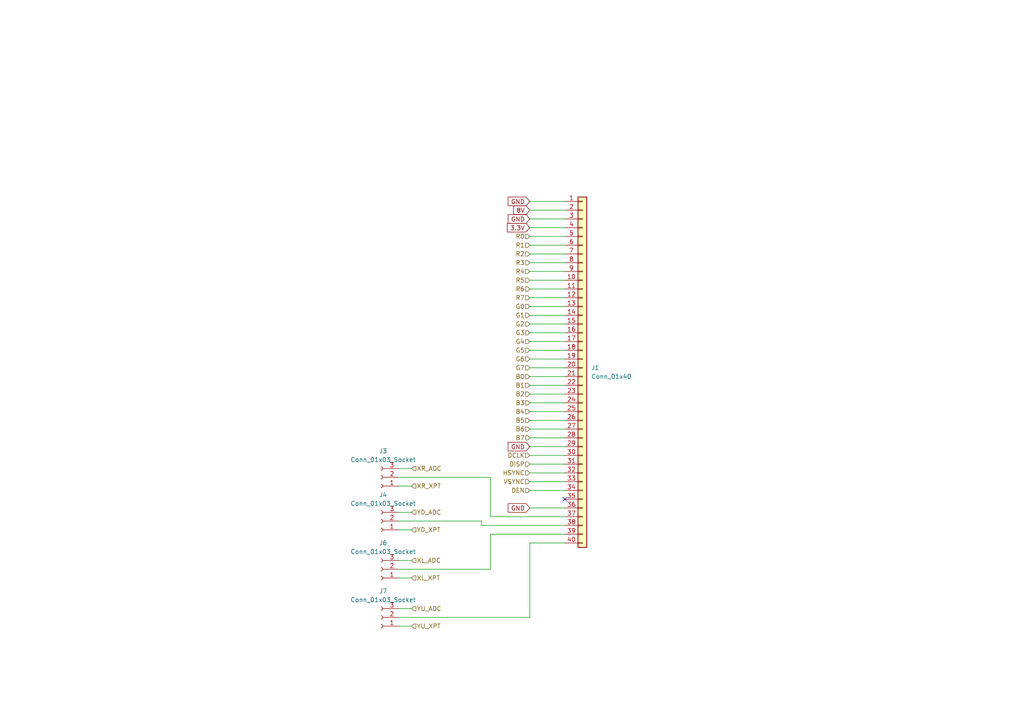
<source format=kicad_sch>
(kicad_sch
	(version 20231120)
	(generator "eeschema")
	(generator_version "8.0")
	(uuid "0d2d7011-7a01-4cb0-9731-9af1a431507f")
	(paper "A4")
	(lib_symbols
		(symbol "Connector:Conn_01x03_Socket"
			(pin_names
				(offset 1.016) hide)
			(exclude_from_sim no)
			(in_bom yes)
			(on_board yes)
			(property "Reference" "J"
				(at 0 5.08 0)
				(effects
					(font
						(size 1.27 1.27)
					)
				)
			)
			(property "Value" "Conn_01x03_Socket"
				(at 0 -5.08 0)
				(effects
					(font
						(size 1.27 1.27)
					)
				)
			)
			(property "Footprint" ""
				(at 0 0 0)
				(effects
					(font
						(size 1.27 1.27)
					)
					(hide yes)
				)
			)
			(property "Datasheet" "~"
				(at 0 0 0)
				(effects
					(font
						(size 1.27 1.27)
					)
					(hide yes)
				)
			)
			(property "Description" "Generic connector, single row, 01x03, script generated"
				(at 0 0 0)
				(effects
					(font
						(size 1.27 1.27)
					)
					(hide yes)
				)
			)
			(property "ki_locked" ""
				(at 0 0 0)
				(effects
					(font
						(size 1.27 1.27)
					)
				)
			)
			(property "ki_keywords" "connector"
				(at 0 0 0)
				(effects
					(font
						(size 1.27 1.27)
					)
					(hide yes)
				)
			)
			(property "ki_fp_filters" "Connector*:*_1x??_*"
				(at 0 0 0)
				(effects
					(font
						(size 1.27 1.27)
					)
					(hide yes)
				)
			)
			(symbol "Conn_01x03_Socket_1_1"
				(arc
					(start 0 -2.032)
					(mid -0.5058 -2.54)
					(end 0 -3.048)
					(stroke
						(width 0.1524)
						(type default)
					)
					(fill
						(type none)
					)
				)
				(polyline
					(pts
						(xy -1.27 -2.54) (xy -0.508 -2.54)
					)
					(stroke
						(width 0.1524)
						(type default)
					)
					(fill
						(type none)
					)
				)
				(polyline
					(pts
						(xy -1.27 0) (xy -0.508 0)
					)
					(stroke
						(width 0.1524)
						(type default)
					)
					(fill
						(type none)
					)
				)
				(polyline
					(pts
						(xy -1.27 2.54) (xy -0.508 2.54)
					)
					(stroke
						(width 0.1524)
						(type default)
					)
					(fill
						(type none)
					)
				)
				(arc
					(start 0 0.508)
					(mid -0.5058 0)
					(end 0 -0.508)
					(stroke
						(width 0.1524)
						(type default)
					)
					(fill
						(type none)
					)
				)
				(arc
					(start 0 3.048)
					(mid -0.5058 2.54)
					(end 0 2.032)
					(stroke
						(width 0.1524)
						(type default)
					)
					(fill
						(type none)
					)
				)
				(pin passive line
					(at -5.08 2.54 0)
					(length 3.81)
					(name "Pin_1"
						(effects
							(font
								(size 1.27 1.27)
							)
						)
					)
					(number "1"
						(effects
							(font
								(size 1.27 1.27)
							)
						)
					)
				)
				(pin passive line
					(at -5.08 0 0)
					(length 3.81)
					(name "Pin_2"
						(effects
							(font
								(size 1.27 1.27)
							)
						)
					)
					(number "2"
						(effects
							(font
								(size 1.27 1.27)
							)
						)
					)
				)
				(pin passive line
					(at -5.08 -2.54 0)
					(length 3.81)
					(name "Pin_3"
						(effects
							(font
								(size 1.27 1.27)
							)
						)
					)
					(number "3"
						(effects
							(font
								(size 1.27 1.27)
							)
						)
					)
				)
			)
		)
		(symbol "Connector_Generic:Conn_01x40"
			(pin_names
				(offset 1.016) hide)
			(exclude_from_sim no)
			(in_bom yes)
			(on_board yes)
			(property "Reference" "J"
				(at 0 50.8 0)
				(effects
					(font
						(size 1.27 1.27)
					)
				)
			)
			(property "Value" "Conn_01x40"
				(at 0 -53.34 0)
				(effects
					(font
						(size 1.27 1.27)
					)
				)
			)
			(property "Footprint" ""
				(at 0 0 0)
				(effects
					(font
						(size 1.27 1.27)
					)
					(hide yes)
				)
			)
			(property "Datasheet" "~"
				(at 0 0 0)
				(effects
					(font
						(size 1.27 1.27)
					)
					(hide yes)
				)
			)
			(property "Description" "Generic connector, single row, 01x40, script generated (kicad-library-utils/schlib/autogen/connector/)"
				(at 0 0 0)
				(effects
					(font
						(size 1.27 1.27)
					)
					(hide yes)
				)
			)
			(property "ki_keywords" "connector"
				(at 0 0 0)
				(effects
					(font
						(size 1.27 1.27)
					)
					(hide yes)
				)
			)
			(property "ki_fp_filters" "Connector*:*_1x??_*"
				(at 0 0 0)
				(effects
					(font
						(size 1.27 1.27)
					)
					(hide yes)
				)
			)
			(symbol "Conn_01x40_1_1"
				(rectangle
					(start -1.27 -50.673)
					(end 0 -50.927)
					(stroke
						(width 0.1524)
						(type default)
					)
					(fill
						(type none)
					)
				)
				(rectangle
					(start -1.27 -48.133)
					(end 0 -48.387)
					(stroke
						(width 0.1524)
						(type default)
					)
					(fill
						(type none)
					)
				)
				(rectangle
					(start -1.27 -45.593)
					(end 0 -45.847)
					(stroke
						(width 0.1524)
						(type default)
					)
					(fill
						(type none)
					)
				)
				(rectangle
					(start -1.27 -43.053)
					(end 0 -43.307)
					(stroke
						(width 0.1524)
						(type default)
					)
					(fill
						(type none)
					)
				)
				(rectangle
					(start -1.27 -40.513)
					(end 0 -40.767)
					(stroke
						(width 0.1524)
						(type default)
					)
					(fill
						(type none)
					)
				)
				(rectangle
					(start -1.27 -37.973)
					(end 0 -38.227)
					(stroke
						(width 0.1524)
						(type default)
					)
					(fill
						(type none)
					)
				)
				(rectangle
					(start -1.27 -35.433)
					(end 0 -35.687)
					(stroke
						(width 0.1524)
						(type default)
					)
					(fill
						(type none)
					)
				)
				(rectangle
					(start -1.27 -32.893)
					(end 0 -33.147)
					(stroke
						(width 0.1524)
						(type default)
					)
					(fill
						(type none)
					)
				)
				(rectangle
					(start -1.27 -30.353)
					(end 0 -30.607)
					(stroke
						(width 0.1524)
						(type default)
					)
					(fill
						(type none)
					)
				)
				(rectangle
					(start -1.27 -27.813)
					(end 0 -28.067)
					(stroke
						(width 0.1524)
						(type default)
					)
					(fill
						(type none)
					)
				)
				(rectangle
					(start -1.27 -25.273)
					(end 0 -25.527)
					(stroke
						(width 0.1524)
						(type default)
					)
					(fill
						(type none)
					)
				)
				(rectangle
					(start -1.27 -22.733)
					(end 0 -22.987)
					(stroke
						(width 0.1524)
						(type default)
					)
					(fill
						(type none)
					)
				)
				(rectangle
					(start -1.27 -20.193)
					(end 0 -20.447)
					(stroke
						(width 0.1524)
						(type default)
					)
					(fill
						(type none)
					)
				)
				(rectangle
					(start -1.27 -17.653)
					(end 0 -17.907)
					(stroke
						(width 0.1524)
						(type default)
					)
					(fill
						(type none)
					)
				)
				(rectangle
					(start -1.27 -15.113)
					(end 0 -15.367)
					(stroke
						(width 0.1524)
						(type default)
					)
					(fill
						(type none)
					)
				)
				(rectangle
					(start -1.27 -12.573)
					(end 0 -12.827)
					(stroke
						(width 0.1524)
						(type default)
					)
					(fill
						(type none)
					)
				)
				(rectangle
					(start -1.27 -10.033)
					(end 0 -10.287)
					(stroke
						(width 0.1524)
						(type default)
					)
					(fill
						(type none)
					)
				)
				(rectangle
					(start -1.27 -7.493)
					(end 0 -7.747)
					(stroke
						(width 0.1524)
						(type default)
					)
					(fill
						(type none)
					)
				)
				(rectangle
					(start -1.27 -4.953)
					(end 0 -5.207)
					(stroke
						(width 0.1524)
						(type default)
					)
					(fill
						(type none)
					)
				)
				(rectangle
					(start -1.27 -2.413)
					(end 0 -2.667)
					(stroke
						(width 0.1524)
						(type default)
					)
					(fill
						(type none)
					)
				)
				(rectangle
					(start -1.27 0.127)
					(end 0 -0.127)
					(stroke
						(width 0.1524)
						(type default)
					)
					(fill
						(type none)
					)
				)
				(rectangle
					(start -1.27 2.667)
					(end 0 2.413)
					(stroke
						(width 0.1524)
						(type default)
					)
					(fill
						(type none)
					)
				)
				(rectangle
					(start -1.27 5.207)
					(end 0 4.953)
					(stroke
						(width 0.1524)
						(type default)
					)
					(fill
						(type none)
					)
				)
				(rectangle
					(start -1.27 7.747)
					(end 0 7.493)
					(stroke
						(width 0.1524)
						(type default)
					)
					(fill
						(type none)
					)
				)
				(rectangle
					(start -1.27 10.287)
					(end 0 10.033)
					(stroke
						(width 0.1524)
						(type default)
					)
					(fill
						(type none)
					)
				)
				(rectangle
					(start -1.27 12.827)
					(end 0 12.573)
					(stroke
						(width 0.1524)
						(type default)
					)
					(fill
						(type none)
					)
				)
				(rectangle
					(start -1.27 15.367)
					(end 0 15.113)
					(stroke
						(width 0.1524)
						(type default)
					)
					(fill
						(type none)
					)
				)
				(rectangle
					(start -1.27 17.907)
					(end 0 17.653)
					(stroke
						(width 0.1524)
						(type default)
					)
					(fill
						(type none)
					)
				)
				(rectangle
					(start -1.27 20.447)
					(end 0 20.193)
					(stroke
						(width 0.1524)
						(type default)
					)
					(fill
						(type none)
					)
				)
				(rectangle
					(start -1.27 22.987)
					(end 0 22.733)
					(stroke
						(width 0.1524)
						(type default)
					)
					(fill
						(type none)
					)
				)
				(rectangle
					(start -1.27 25.527)
					(end 0 25.273)
					(stroke
						(width 0.1524)
						(type default)
					)
					(fill
						(type none)
					)
				)
				(rectangle
					(start -1.27 28.067)
					(end 0 27.813)
					(stroke
						(width 0.1524)
						(type default)
					)
					(fill
						(type none)
					)
				)
				(rectangle
					(start -1.27 30.607)
					(end 0 30.353)
					(stroke
						(width 0.1524)
						(type default)
					)
					(fill
						(type none)
					)
				)
				(rectangle
					(start -1.27 33.147)
					(end 0 32.893)
					(stroke
						(width 0.1524)
						(type default)
					)
					(fill
						(type none)
					)
				)
				(rectangle
					(start -1.27 35.687)
					(end 0 35.433)
					(stroke
						(width 0.1524)
						(type default)
					)
					(fill
						(type none)
					)
				)
				(rectangle
					(start -1.27 38.227)
					(end 0 37.973)
					(stroke
						(width 0.1524)
						(type default)
					)
					(fill
						(type none)
					)
				)
				(rectangle
					(start -1.27 40.767)
					(end 0 40.513)
					(stroke
						(width 0.1524)
						(type default)
					)
					(fill
						(type none)
					)
				)
				(rectangle
					(start -1.27 43.307)
					(end 0 43.053)
					(stroke
						(width 0.1524)
						(type default)
					)
					(fill
						(type none)
					)
				)
				(rectangle
					(start -1.27 45.847)
					(end 0 45.593)
					(stroke
						(width 0.1524)
						(type default)
					)
					(fill
						(type none)
					)
				)
				(rectangle
					(start -1.27 48.387)
					(end 0 48.133)
					(stroke
						(width 0.1524)
						(type default)
					)
					(fill
						(type none)
					)
				)
				(rectangle
					(start -1.27 49.53)
					(end 1.27 -52.07)
					(stroke
						(width 0.254)
						(type default)
					)
					(fill
						(type background)
					)
				)
				(pin passive line
					(at -5.08 48.26 0)
					(length 3.81)
					(name "Pin_1"
						(effects
							(font
								(size 1.27 1.27)
							)
						)
					)
					(number "1"
						(effects
							(font
								(size 1.27 1.27)
							)
						)
					)
				)
				(pin passive line
					(at -5.08 25.4 0)
					(length 3.81)
					(name "Pin_10"
						(effects
							(font
								(size 1.27 1.27)
							)
						)
					)
					(number "10"
						(effects
							(font
								(size 1.27 1.27)
							)
						)
					)
				)
				(pin passive line
					(at -5.08 22.86 0)
					(length 3.81)
					(name "Pin_11"
						(effects
							(font
								(size 1.27 1.27)
							)
						)
					)
					(number "11"
						(effects
							(font
								(size 1.27 1.27)
							)
						)
					)
				)
				(pin passive line
					(at -5.08 20.32 0)
					(length 3.81)
					(name "Pin_12"
						(effects
							(font
								(size 1.27 1.27)
							)
						)
					)
					(number "12"
						(effects
							(font
								(size 1.27 1.27)
							)
						)
					)
				)
				(pin passive line
					(at -5.08 17.78 0)
					(length 3.81)
					(name "Pin_13"
						(effects
							(font
								(size 1.27 1.27)
							)
						)
					)
					(number "13"
						(effects
							(font
								(size 1.27 1.27)
							)
						)
					)
				)
				(pin passive line
					(at -5.08 15.24 0)
					(length 3.81)
					(name "Pin_14"
						(effects
							(font
								(size 1.27 1.27)
							)
						)
					)
					(number "14"
						(effects
							(font
								(size 1.27 1.27)
							)
						)
					)
				)
				(pin passive line
					(at -5.08 12.7 0)
					(length 3.81)
					(name "Pin_15"
						(effects
							(font
								(size 1.27 1.27)
							)
						)
					)
					(number "15"
						(effects
							(font
								(size 1.27 1.27)
							)
						)
					)
				)
				(pin passive line
					(at -5.08 10.16 0)
					(length 3.81)
					(name "Pin_16"
						(effects
							(font
								(size 1.27 1.27)
							)
						)
					)
					(number "16"
						(effects
							(font
								(size 1.27 1.27)
							)
						)
					)
				)
				(pin passive line
					(at -5.08 7.62 0)
					(length 3.81)
					(name "Pin_17"
						(effects
							(font
								(size 1.27 1.27)
							)
						)
					)
					(number "17"
						(effects
							(font
								(size 1.27 1.27)
							)
						)
					)
				)
				(pin passive line
					(at -5.08 5.08 0)
					(length 3.81)
					(name "Pin_18"
						(effects
							(font
								(size 1.27 1.27)
							)
						)
					)
					(number "18"
						(effects
							(font
								(size 1.27 1.27)
							)
						)
					)
				)
				(pin passive line
					(at -5.08 2.54 0)
					(length 3.81)
					(name "Pin_19"
						(effects
							(font
								(size 1.27 1.27)
							)
						)
					)
					(number "19"
						(effects
							(font
								(size 1.27 1.27)
							)
						)
					)
				)
				(pin passive line
					(at -5.08 45.72 0)
					(length 3.81)
					(name "Pin_2"
						(effects
							(font
								(size 1.27 1.27)
							)
						)
					)
					(number "2"
						(effects
							(font
								(size 1.27 1.27)
							)
						)
					)
				)
				(pin passive line
					(at -5.08 0 0)
					(length 3.81)
					(name "Pin_20"
						(effects
							(font
								(size 1.27 1.27)
							)
						)
					)
					(number "20"
						(effects
							(font
								(size 1.27 1.27)
							)
						)
					)
				)
				(pin passive line
					(at -5.08 -2.54 0)
					(length 3.81)
					(name "Pin_21"
						(effects
							(font
								(size 1.27 1.27)
							)
						)
					)
					(number "21"
						(effects
							(font
								(size 1.27 1.27)
							)
						)
					)
				)
				(pin passive line
					(at -5.08 -5.08 0)
					(length 3.81)
					(name "Pin_22"
						(effects
							(font
								(size 1.27 1.27)
							)
						)
					)
					(number "22"
						(effects
							(font
								(size 1.27 1.27)
							)
						)
					)
				)
				(pin passive line
					(at -5.08 -7.62 0)
					(length 3.81)
					(name "Pin_23"
						(effects
							(font
								(size 1.27 1.27)
							)
						)
					)
					(number "23"
						(effects
							(font
								(size 1.27 1.27)
							)
						)
					)
				)
				(pin passive line
					(at -5.08 -10.16 0)
					(length 3.81)
					(name "Pin_24"
						(effects
							(font
								(size 1.27 1.27)
							)
						)
					)
					(number "24"
						(effects
							(font
								(size 1.27 1.27)
							)
						)
					)
				)
				(pin passive line
					(at -5.08 -12.7 0)
					(length 3.81)
					(name "Pin_25"
						(effects
							(font
								(size 1.27 1.27)
							)
						)
					)
					(number "25"
						(effects
							(font
								(size 1.27 1.27)
							)
						)
					)
				)
				(pin passive line
					(at -5.08 -15.24 0)
					(length 3.81)
					(name "Pin_26"
						(effects
							(font
								(size 1.27 1.27)
							)
						)
					)
					(number "26"
						(effects
							(font
								(size 1.27 1.27)
							)
						)
					)
				)
				(pin passive line
					(at -5.08 -17.78 0)
					(length 3.81)
					(name "Pin_27"
						(effects
							(font
								(size 1.27 1.27)
							)
						)
					)
					(number "27"
						(effects
							(font
								(size 1.27 1.27)
							)
						)
					)
				)
				(pin passive line
					(at -5.08 -20.32 0)
					(length 3.81)
					(name "Pin_28"
						(effects
							(font
								(size 1.27 1.27)
							)
						)
					)
					(number "28"
						(effects
							(font
								(size 1.27 1.27)
							)
						)
					)
				)
				(pin passive line
					(at -5.08 -22.86 0)
					(length 3.81)
					(name "Pin_29"
						(effects
							(font
								(size 1.27 1.27)
							)
						)
					)
					(number "29"
						(effects
							(font
								(size 1.27 1.27)
							)
						)
					)
				)
				(pin passive line
					(at -5.08 43.18 0)
					(length 3.81)
					(name "Pin_3"
						(effects
							(font
								(size 1.27 1.27)
							)
						)
					)
					(number "3"
						(effects
							(font
								(size 1.27 1.27)
							)
						)
					)
				)
				(pin passive line
					(at -5.08 -25.4 0)
					(length 3.81)
					(name "Pin_30"
						(effects
							(font
								(size 1.27 1.27)
							)
						)
					)
					(number "30"
						(effects
							(font
								(size 1.27 1.27)
							)
						)
					)
				)
				(pin passive line
					(at -5.08 -27.94 0)
					(length 3.81)
					(name "Pin_31"
						(effects
							(font
								(size 1.27 1.27)
							)
						)
					)
					(number "31"
						(effects
							(font
								(size 1.27 1.27)
							)
						)
					)
				)
				(pin passive line
					(at -5.08 -30.48 0)
					(length 3.81)
					(name "Pin_32"
						(effects
							(font
								(size 1.27 1.27)
							)
						)
					)
					(number "32"
						(effects
							(font
								(size 1.27 1.27)
							)
						)
					)
				)
				(pin passive line
					(at -5.08 -33.02 0)
					(length 3.81)
					(name "Pin_33"
						(effects
							(font
								(size 1.27 1.27)
							)
						)
					)
					(number "33"
						(effects
							(font
								(size 1.27 1.27)
							)
						)
					)
				)
				(pin passive line
					(at -5.08 -35.56 0)
					(length 3.81)
					(name "Pin_34"
						(effects
							(font
								(size 1.27 1.27)
							)
						)
					)
					(number "34"
						(effects
							(font
								(size 1.27 1.27)
							)
						)
					)
				)
				(pin passive line
					(at -5.08 -38.1 0)
					(length 3.81)
					(name "Pin_35"
						(effects
							(font
								(size 1.27 1.27)
							)
						)
					)
					(number "35"
						(effects
							(font
								(size 1.27 1.27)
							)
						)
					)
				)
				(pin passive line
					(at -5.08 -40.64 0)
					(length 3.81)
					(name "Pin_36"
						(effects
							(font
								(size 1.27 1.27)
							)
						)
					)
					(number "36"
						(effects
							(font
								(size 1.27 1.27)
							)
						)
					)
				)
				(pin passive line
					(at -5.08 -43.18 0)
					(length 3.81)
					(name "Pin_37"
						(effects
							(font
								(size 1.27 1.27)
							)
						)
					)
					(number "37"
						(effects
							(font
								(size 1.27 1.27)
							)
						)
					)
				)
				(pin passive line
					(at -5.08 -45.72 0)
					(length 3.81)
					(name "Pin_38"
						(effects
							(font
								(size 1.27 1.27)
							)
						)
					)
					(number "38"
						(effects
							(font
								(size 1.27 1.27)
							)
						)
					)
				)
				(pin passive line
					(at -5.08 -48.26 0)
					(length 3.81)
					(name "Pin_39"
						(effects
							(font
								(size 1.27 1.27)
							)
						)
					)
					(number "39"
						(effects
							(font
								(size 1.27 1.27)
							)
						)
					)
				)
				(pin passive line
					(at -5.08 40.64 0)
					(length 3.81)
					(name "Pin_4"
						(effects
							(font
								(size 1.27 1.27)
							)
						)
					)
					(number "4"
						(effects
							(font
								(size 1.27 1.27)
							)
						)
					)
				)
				(pin passive line
					(at -5.08 -50.8 0)
					(length 3.81)
					(name "Pin_40"
						(effects
							(font
								(size 1.27 1.27)
							)
						)
					)
					(number "40"
						(effects
							(font
								(size 1.27 1.27)
							)
						)
					)
				)
				(pin passive line
					(at -5.08 38.1 0)
					(length 3.81)
					(name "Pin_5"
						(effects
							(font
								(size 1.27 1.27)
							)
						)
					)
					(number "5"
						(effects
							(font
								(size 1.27 1.27)
							)
						)
					)
				)
				(pin passive line
					(at -5.08 35.56 0)
					(length 3.81)
					(name "Pin_6"
						(effects
							(font
								(size 1.27 1.27)
							)
						)
					)
					(number "6"
						(effects
							(font
								(size 1.27 1.27)
							)
						)
					)
				)
				(pin passive line
					(at -5.08 33.02 0)
					(length 3.81)
					(name "Pin_7"
						(effects
							(font
								(size 1.27 1.27)
							)
						)
					)
					(number "7"
						(effects
							(font
								(size 1.27 1.27)
							)
						)
					)
				)
				(pin passive line
					(at -5.08 30.48 0)
					(length 3.81)
					(name "Pin_8"
						(effects
							(font
								(size 1.27 1.27)
							)
						)
					)
					(number "8"
						(effects
							(font
								(size 1.27 1.27)
							)
						)
					)
				)
				(pin passive line
					(at -5.08 27.94 0)
					(length 3.81)
					(name "Pin_9"
						(effects
							(font
								(size 1.27 1.27)
							)
						)
					)
					(number "9"
						(effects
							(font
								(size 1.27 1.27)
							)
						)
					)
				)
			)
		)
	)
	(no_connect
		(at 163.83 144.78)
		(uuid "4b081013-a363-4c1b-9915-6ee42812db9e")
	)
	(wire
		(pts
			(xy 153.67 58.42) (xy 163.83 58.42)
		)
		(stroke
			(width 0)
			(type default)
		)
		(uuid "072aed1b-453f-4be6-ad3c-09552229a7a5")
	)
	(wire
		(pts
			(xy 153.67 78.74) (xy 163.83 78.74)
		)
		(stroke
			(width 0)
			(type default)
		)
		(uuid "08b6e847-03b5-4a8b-a8d4-baf1f21d28b2")
	)
	(wire
		(pts
			(xy 115.57 176.53) (xy 119.38 176.53)
		)
		(stroke
			(width 0)
			(type default)
		)
		(uuid "097fc44f-e384-4fb6-97d1-52323de01ccf")
	)
	(wire
		(pts
			(xy 139.7 152.4) (xy 139.7 151.13)
		)
		(stroke
			(width 0)
			(type default)
		)
		(uuid "1b6321d8-7976-4d30-8484-fc50c76cd8b0")
	)
	(wire
		(pts
			(xy 153.67 124.46) (xy 163.83 124.46)
		)
		(stroke
			(width 0)
			(type default)
		)
		(uuid "1d96e5fc-78c6-4e49-b972-0fb71b1a01c7")
	)
	(wire
		(pts
			(xy 153.67 99.06) (xy 163.83 99.06)
		)
		(stroke
			(width 0)
			(type default)
		)
		(uuid "2280eb2a-b70a-4e08-9609-aad7453d6232")
	)
	(wire
		(pts
			(xy 153.67 157.48) (xy 153.67 179.07)
		)
		(stroke
			(width 0)
			(type default)
		)
		(uuid "23b7e22a-d5d0-46ab-ab0b-d667af20e8d6")
	)
	(wire
		(pts
			(xy 153.67 66.04) (xy 163.83 66.04)
		)
		(stroke
			(width 0)
			(type default)
		)
		(uuid "246c816e-8914-4fca-aaad-e84e16325edf")
	)
	(wire
		(pts
			(xy 139.7 151.13) (xy 115.57 151.13)
		)
		(stroke
			(width 0)
			(type default)
		)
		(uuid "284df181-81d0-40d2-a854-72deaf65914c")
	)
	(wire
		(pts
			(xy 153.67 121.92) (xy 163.83 121.92)
		)
		(stroke
			(width 0)
			(type default)
		)
		(uuid "2d81f439-007f-4f08-821e-da31cc1e5081")
	)
	(wire
		(pts
			(xy 153.67 119.38) (xy 163.83 119.38)
		)
		(stroke
			(width 0)
			(type default)
		)
		(uuid "338f6afa-3284-4052-adb0-d43123b9520c")
	)
	(wire
		(pts
			(xy 142.24 154.94) (xy 142.24 165.1)
		)
		(stroke
			(width 0)
			(type default)
		)
		(uuid "341cdaf4-d322-4eaa-ad33-202a58bd5426")
	)
	(wire
		(pts
			(xy 153.67 81.28) (xy 163.83 81.28)
		)
		(stroke
			(width 0)
			(type default)
		)
		(uuid "40efce46-72d2-4dd3-823e-58fb755fc110")
	)
	(wire
		(pts
			(xy 153.67 134.62) (xy 163.83 134.62)
		)
		(stroke
			(width 0)
			(type default)
		)
		(uuid "4509cb01-2a22-4c94-a20a-3b0ddb26295d")
	)
	(wire
		(pts
			(xy 115.57 162.56) (xy 119.38 162.56)
		)
		(stroke
			(width 0)
			(type default)
		)
		(uuid "4555ade9-919a-413d-80f5-7b337ab16f4d")
	)
	(wire
		(pts
			(xy 153.67 83.82) (xy 163.83 83.82)
		)
		(stroke
			(width 0)
			(type default)
		)
		(uuid "465fc65d-33bc-4c72-ab37-bc467c47a8c0")
	)
	(wire
		(pts
			(xy 153.67 137.16) (xy 163.83 137.16)
		)
		(stroke
			(width 0)
			(type default)
		)
		(uuid "5031708c-1023-4c46-9178-223c16129c03")
	)
	(wire
		(pts
			(xy 153.67 91.44) (xy 163.83 91.44)
		)
		(stroke
			(width 0)
			(type default)
		)
		(uuid "55817a6a-b39a-46f9-b956-b39a32d1349d")
	)
	(wire
		(pts
			(xy 153.67 109.22) (xy 163.83 109.22)
		)
		(stroke
			(width 0)
			(type default)
		)
		(uuid "55b0aea4-a9f1-4932-b68e-1165101cc0e4")
	)
	(wire
		(pts
			(xy 153.67 147.32) (xy 163.83 147.32)
		)
		(stroke
			(width 0)
			(type default)
		)
		(uuid "5e7676a7-7e95-4aed-b1d7-95a190b01abd")
	)
	(wire
		(pts
			(xy 153.67 142.24) (xy 163.83 142.24)
		)
		(stroke
			(width 0)
			(type default)
		)
		(uuid "612f30c2-2f34-4399-bd5a-3355f05d84e8")
	)
	(wire
		(pts
			(xy 153.67 88.9) (xy 163.83 88.9)
		)
		(stroke
			(width 0)
			(type default)
		)
		(uuid "64d0192f-3984-406b-90af-cc20c5e0f607")
	)
	(wire
		(pts
			(xy 115.57 135.89) (xy 119.38 135.89)
		)
		(stroke
			(width 0)
			(type default)
		)
		(uuid "6d960941-76f3-4a52-9c08-9d4ea5e7bef1")
	)
	(wire
		(pts
			(xy 153.67 101.6) (xy 163.83 101.6)
		)
		(stroke
			(width 0)
			(type default)
		)
		(uuid "6e74d1ba-69c6-4444-a8d7-b3db8104d4de")
	)
	(wire
		(pts
			(xy 153.67 157.48) (xy 163.83 157.48)
		)
		(stroke
			(width 0)
			(type default)
		)
		(uuid "712f8790-b4f5-4d7a-a2b7-c1833ab1944a")
	)
	(wire
		(pts
			(xy 139.7 152.4) (xy 163.83 152.4)
		)
		(stroke
			(width 0)
			(type default)
		)
		(uuid "78c796f3-be0c-4691-ae56-9752376b0d1e")
	)
	(wire
		(pts
			(xy 142.24 149.86) (xy 142.24 138.43)
		)
		(stroke
			(width 0)
			(type default)
		)
		(uuid "79a6e195-8d1e-4ebd-b353-2617ab04e159")
	)
	(wire
		(pts
			(xy 115.57 167.64) (xy 119.38 167.64)
		)
		(stroke
			(width 0)
			(type default)
		)
		(uuid "8f1003ba-c83f-4cd1-8796-9cb610a33495")
	)
	(wire
		(pts
			(xy 153.67 114.3) (xy 163.83 114.3)
		)
		(stroke
			(width 0)
			(type default)
		)
		(uuid "93512f85-6084-431a-87d5-3a0f9db05906")
	)
	(wire
		(pts
			(xy 153.67 179.07) (xy 115.57 179.07)
		)
		(stroke
			(width 0)
			(type default)
		)
		(uuid "994fc325-c701-4132-a2ac-bd94caf48cb6")
	)
	(wire
		(pts
			(xy 153.67 71.12) (xy 163.83 71.12)
		)
		(stroke
			(width 0)
			(type default)
		)
		(uuid "a476dcf5-fd71-42d2-bcd5-afeb0f8926b4")
	)
	(wire
		(pts
			(xy 153.67 129.54) (xy 163.83 129.54)
		)
		(stroke
			(width 0)
			(type default)
		)
		(uuid "a6124f65-8188-4b42-8764-0f08b3fb9d49")
	)
	(wire
		(pts
			(xy 153.67 127) (xy 163.83 127)
		)
		(stroke
			(width 0)
			(type default)
		)
		(uuid "a90317e4-d39e-46e0-b574-4e5791c6e54e")
	)
	(wire
		(pts
			(xy 153.67 76.2) (xy 163.83 76.2)
		)
		(stroke
			(width 0)
			(type default)
		)
		(uuid "b4b84091-68f2-4552-89e4-5a21b744c671")
	)
	(wire
		(pts
			(xy 153.67 73.66) (xy 163.83 73.66)
		)
		(stroke
			(width 0)
			(type default)
		)
		(uuid "b568a98d-0016-4b7a-bbcb-1eb8ebf99bc9")
	)
	(wire
		(pts
			(xy 153.67 93.98) (xy 163.83 93.98)
		)
		(stroke
			(width 0)
			(type default)
		)
		(uuid "b8d21e6f-e36c-47b2-bfa4-5983d039eba2")
	)
	(wire
		(pts
			(xy 153.67 116.84) (xy 163.83 116.84)
		)
		(stroke
			(width 0)
			(type default)
		)
		(uuid "bdd01d69-772d-4b80-87c9-737ab40c2c7a")
	)
	(wire
		(pts
			(xy 115.57 148.59) (xy 119.38 148.59)
		)
		(stroke
			(width 0)
			(type default)
		)
		(uuid "c034b651-a3e0-464d-b16f-cd21c5a18505")
	)
	(wire
		(pts
			(xy 153.67 132.08) (xy 163.83 132.08)
		)
		(stroke
			(width 0)
			(type default)
		)
		(uuid "c5c2ad04-1362-46f1-aa31-c4d79ea64331")
	)
	(wire
		(pts
			(xy 115.57 140.97) (xy 119.38 140.97)
		)
		(stroke
			(width 0)
			(type default)
		)
		(uuid "c6e6554a-c7dc-4f55-90bc-768956f6ae50")
	)
	(wire
		(pts
			(xy 153.67 63.5) (xy 163.83 63.5)
		)
		(stroke
			(width 0)
			(type default)
		)
		(uuid "cfd19e0f-4ae6-472e-80df-138454cac06a")
	)
	(wire
		(pts
			(xy 153.67 106.68) (xy 163.83 106.68)
		)
		(stroke
			(width 0)
			(type default)
		)
		(uuid "d33211b3-d6b3-45b5-9b98-7021dca937cb")
	)
	(wire
		(pts
			(xy 142.24 138.43) (xy 115.57 138.43)
		)
		(stroke
			(width 0)
			(type default)
		)
		(uuid "d99a71ed-98b5-4a99-95ff-623f30dba27a")
	)
	(wire
		(pts
			(xy 142.24 154.94) (xy 163.83 154.94)
		)
		(stroke
			(width 0)
			(type default)
		)
		(uuid "d9f79508-942b-4a2b-821b-39c9a2933d35")
	)
	(wire
		(pts
			(xy 142.24 165.1) (xy 115.57 165.1)
		)
		(stroke
			(width 0)
			(type default)
		)
		(uuid "db26f7bb-bdd1-46b8-9351-06e42d7597d4")
	)
	(wire
		(pts
			(xy 153.67 86.36) (xy 163.83 86.36)
		)
		(stroke
			(width 0)
			(type default)
		)
		(uuid "db7dddff-11e3-4f93-9fcc-99f74e31aae6")
	)
	(wire
		(pts
			(xy 153.67 111.76) (xy 163.83 111.76)
		)
		(stroke
			(width 0)
			(type default)
		)
		(uuid "dbe8d206-31e1-4d70-a578-471cda6b0d9a")
	)
	(wire
		(pts
			(xy 153.67 60.96) (xy 163.83 60.96)
		)
		(stroke
			(width 0)
			(type default)
		)
		(uuid "dd099e29-cce1-40f6-a270-9e17b2c6feb9")
	)
	(wire
		(pts
			(xy 115.57 153.67) (xy 119.38 153.67)
		)
		(stroke
			(width 0)
			(type default)
		)
		(uuid "e350fc71-731e-4346-b70b-bc17fac3ec5e")
	)
	(wire
		(pts
			(xy 115.57 181.61) (xy 119.38 181.61)
		)
		(stroke
			(width 0)
			(type default)
		)
		(uuid "e50cb02a-a355-4b30-b5d4-2207c2ebcc05")
	)
	(wire
		(pts
			(xy 153.67 96.52) (xy 163.83 96.52)
		)
		(stroke
			(width 0)
			(type default)
		)
		(uuid "ef07ca8e-4e0c-4dee-9a38-42cf386468e2")
	)
	(wire
		(pts
			(xy 153.67 139.7) (xy 163.83 139.7)
		)
		(stroke
			(width 0)
			(type default)
		)
		(uuid "fa53e60d-9ecf-4b15-a389-c983652f1bdb")
	)
	(wire
		(pts
			(xy 153.67 104.14) (xy 163.83 104.14)
		)
		(stroke
			(width 0)
			(type default)
		)
		(uuid "fb120b40-530e-4907-855b-677b2467c2fe")
	)
	(wire
		(pts
			(xy 142.24 149.86) (xy 163.83 149.86)
		)
		(stroke
			(width 0)
			(type default)
		)
		(uuid "fb32faac-d44e-443f-9ebb-29767328643b")
	)
	(wire
		(pts
			(xy 153.67 68.58) (xy 163.83 68.58)
		)
		(stroke
			(width 0)
			(type default)
		)
		(uuid "fc21d485-674b-452f-a8db-d5b9bed5d386")
	)
	(global_label "3.3V"
		(shape input)
		(at 153.67 66.04 180)
		(fields_autoplaced yes)
		(effects
			(font
				(size 1.27 1.27)
			)
			(justify right)
		)
		(uuid "033f2b0f-f107-4205-9f1d-24f5db15b227")
		(property "Intersheetrefs" "${INTERSHEET_REFS}"
			(at 146.5724 66.04 0)
			(effects
				(font
					(size 1.27 1.27)
				)
				(justify right)
				(hide yes)
			)
		)
	)
	(global_label "8V"
		(shape input)
		(at 153.67 60.96 180)
		(fields_autoplaced yes)
		(effects
			(font
				(size 1.27 1.27)
			)
			(justify right)
		)
		(uuid "5e4d3e38-c524-4b7f-af56-016b57838eb0")
		(property "Intersheetrefs" "${INTERSHEET_REFS}"
			(at 148.3867 60.96 0)
			(effects
				(font
					(size 1.27 1.27)
				)
				(justify right)
				(hide yes)
			)
		)
	)
	(global_label "GND"
		(shape input)
		(at 153.67 63.5 180)
		(fields_autoplaced yes)
		(effects
			(font
				(size 1.27 1.27)
			)
			(justify right)
		)
		(uuid "8e547cb1-3dbb-4b48-88f0-644cbe33c1af")
		(property "Intersheetrefs" "${INTERSHEET_REFS}"
			(at 146.8143 63.5 0)
			(effects
				(font
					(size 1.27 1.27)
				)
				(justify right)
				(hide yes)
			)
		)
	)
	(global_label "GND"
		(shape input)
		(at 153.67 129.54 180)
		(fields_autoplaced yes)
		(effects
			(font
				(size 1.27 1.27)
			)
			(justify right)
		)
		(uuid "a0afbe2b-2e24-438b-9e8e-309b646ac905")
		(property "Intersheetrefs" "${INTERSHEET_REFS}"
			(at 146.8143 129.54 0)
			(effects
				(font
					(size 1.27 1.27)
				)
				(justify right)
				(hide yes)
			)
		)
	)
	(global_label "GND"
		(shape input)
		(at 153.67 147.32 180)
		(fields_autoplaced yes)
		(effects
			(font
				(size 1.27 1.27)
			)
			(justify right)
		)
		(uuid "d43053c9-4747-436c-872f-5c49243ac311")
		(property "Intersheetrefs" "${INTERSHEET_REFS}"
			(at 146.8143 147.32 0)
			(effects
				(font
					(size 1.27 1.27)
				)
				(justify right)
				(hide yes)
			)
		)
	)
	(global_label "GND"
		(shape input)
		(at 153.67 58.42 180)
		(fields_autoplaced yes)
		(effects
			(font
				(size 1.27 1.27)
			)
			(justify right)
		)
		(uuid "e57804a2-7957-46e4-b91d-6e915f75de4d")
		(property "Intersheetrefs" "${INTERSHEET_REFS}"
			(at 146.8143 58.42 0)
			(effects
				(font
					(size 1.27 1.27)
				)
				(justify right)
				(hide yes)
			)
		)
	)
	(hierarchical_label "DISP"
		(shape input)
		(at 153.67 134.62 180)
		(effects
			(font
				(size 1.27 1.27)
			)
			(justify right)
		)
		(uuid "0669b686-bff7-4744-b0d5-4896e614c616")
	)
	(hierarchical_label "B0"
		(shape input)
		(at 153.67 109.22 180)
		(effects
			(font
				(size 1.27 1.27)
			)
			(justify right)
		)
		(uuid "0b711d02-ac25-4f7f-8036-346e8d018a7a")
	)
	(hierarchical_label "R0"
		(shape input)
		(at 153.67 68.58 180)
		(effects
			(font
				(size 1.27 1.27)
			)
			(justify right)
		)
		(uuid "16c25b15-5dc2-4680-94ad-6dddbe28ad3c")
	)
	(hierarchical_label "R5"
		(shape input)
		(at 153.67 81.28 180)
		(effects
			(font
				(size 1.27 1.27)
			)
			(justify right)
		)
		(uuid "181da30f-1087-4271-ab8d-dc71cfed981a")
	)
	(hierarchical_label "YD_ADC"
		(shape input)
		(at 119.38 148.59 0)
		(effects
			(font
				(size 1.27 1.27)
			)
			(justify left)
		)
		(uuid "227c991c-f63b-42fa-8085-bf33b40dc0ee")
	)
	(hierarchical_label "XR_ADC"
		(shape input)
		(at 119.38 135.89 0)
		(effects
			(font
				(size 1.27 1.27)
			)
			(justify left)
		)
		(uuid "34a44f20-58ea-46d9-affc-bd6406ac08e1")
	)
	(hierarchical_label "R4"
		(shape input)
		(at 153.67 78.74 180)
		(effects
			(font
				(size 1.27 1.27)
			)
			(justify right)
		)
		(uuid "3d4eb27c-8e45-458f-a92b-c56a278324e0")
	)
	(hierarchical_label "R3"
		(shape input)
		(at 153.67 76.2 180)
		(effects
			(font
				(size 1.27 1.27)
			)
			(justify right)
		)
		(uuid "403f1cc6-d98f-48ed-a32f-73b4b4493e98")
	)
	(hierarchical_label "G5"
		(shape input)
		(at 153.67 101.6 180)
		(effects
			(font
				(size 1.27 1.27)
			)
			(justify right)
		)
		(uuid "42687f62-953c-465d-97d4-f0725de7e353")
	)
	(hierarchical_label "YU_XPT"
		(shape input)
		(at 119.38 181.61 0)
		(effects
			(font
				(size 1.27 1.27)
			)
			(justify left)
		)
		(uuid "45dd6c79-89df-44e3-a92c-cdc7a85d4065")
	)
	(hierarchical_label "YU_ADC"
		(shape input)
		(at 119.38 176.53 0)
		(effects
			(font
				(size 1.27 1.27)
			)
			(justify left)
		)
		(uuid "4beed87c-d5de-4507-ab96-7fff1ee7595f")
	)
	(hierarchical_label "G6"
		(shape input)
		(at 153.67 104.14 180)
		(effects
			(font
				(size 1.27 1.27)
			)
			(justify right)
		)
		(uuid "4eca5750-f5f6-41d5-a500-e8af9d42fd60")
	)
	(hierarchical_label "B3"
		(shape input)
		(at 153.67 116.84 180)
		(effects
			(font
				(size 1.27 1.27)
			)
			(justify right)
		)
		(uuid "6203a013-f40e-4e87-a205-84904ee6d4f3")
	)
	(hierarchical_label "XL_ADC"
		(shape input)
		(at 119.38 162.56 0)
		(effects
			(font
				(size 1.27 1.27)
			)
			(justify left)
		)
		(uuid "631c1f18-3b2f-442c-b070-7daa1d2fd9bf")
	)
	(hierarchical_label "G3"
		(shape input)
		(at 153.67 96.52 180)
		(effects
			(font
				(size 1.27 1.27)
			)
			(justify right)
		)
		(uuid "69932afd-6a0a-426d-bba4-dcc289d90b39")
	)
	(hierarchical_label "G0"
		(shape input)
		(at 153.67 88.9 180)
		(effects
			(font
				(size 1.27 1.27)
			)
			(justify right)
		)
		(uuid "746e123a-674c-4125-9697-fbf879308a5e")
	)
	(hierarchical_label "DEN"
		(shape input)
		(at 153.67 142.24 180)
		(effects
			(font
				(size 1.27 1.27)
			)
			(justify right)
		)
		(uuid "7b4c20aa-bdfa-43e8-8186-7357d0949851")
	)
	(hierarchical_label "B5"
		(shape input)
		(at 153.67 121.92 180)
		(effects
			(font
				(size 1.27 1.27)
			)
			(justify right)
		)
		(uuid "82ea4a14-cea0-47a1-9e66-40ad79e1e66b")
	)
	(hierarchical_label "G7"
		(shape input)
		(at 153.67 106.68 180)
		(effects
			(font
				(size 1.27 1.27)
			)
			(justify right)
		)
		(uuid "858c62c8-3b05-420e-a5f9-a318196e7a8d")
	)
	(hierarchical_label "HSYNC"
		(shape input)
		(at 153.67 137.16 180)
		(effects
			(font
				(size 1.27 1.27)
			)
			(justify right)
		)
		(uuid "956da4b4-f464-45fe-adfa-4c860d668607")
	)
	(hierarchical_label "G4"
		(shape input)
		(at 153.67 99.06 180)
		(effects
			(font
				(size 1.27 1.27)
			)
			(justify right)
		)
		(uuid "95ce1247-4895-4b9a-8b9d-2e59e31d9016")
	)
	(hierarchical_label "VSYNC"
		(shape input)
		(at 153.67 139.7 180)
		(effects
			(font
				(size 1.27 1.27)
			)
			(justify right)
		)
		(uuid "982f85bb-86df-4219-8d0d-212d8737ccb5")
	)
	(hierarchical_label "B4"
		(shape input)
		(at 153.67 119.38 180)
		(effects
			(font
				(size 1.27 1.27)
			)
			(justify right)
		)
		(uuid "98fba041-e4e8-4425-8ec4-1c895d1f1bf9")
	)
	(hierarchical_label "DCLK"
		(shape input)
		(at 153.67 132.08 180)
		(effects
			(font
				(size 1.27 1.27)
			)
			(justify right)
		)
		(uuid "a1119281-02c0-4820-9e34-898b4345a98f")
	)
	(hierarchical_label "B1"
		(shape input)
		(at 153.67 111.76 180)
		(effects
			(font
				(size 1.27 1.27)
			)
			(justify right)
		)
		(uuid "add4e767-e26b-4294-9dab-b6f965ec30c9")
	)
	(hierarchical_label "XL_XPT"
		(shape input)
		(at 119.38 167.64 0)
		(effects
			(font
				(size 1.27 1.27)
			)
			(justify left)
		)
		(uuid "b1820f7e-5d40-4266-b746-f859fd2a971e")
	)
	(hierarchical_label "YD_XPT"
		(shape input)
		(at 119.38 153.67 0)
		(effects
			(font
				(size 1.27 1.27)
			)
			(justify left)
		)
		(uuid "b4e1ab7e-ab83-4a82-8c10-535b2126dbc3")
	)
	(hierarchical_label "B6"
		(shape input)
		(at 153.67 124.46 180)
		(effects
			(font
				(size 1.27 1.27)
			)
			(justify right)
		)
		(uuid "b642cbc3-4c60-4bc8-9399-0f48c9d20410")
	)
	(hierarchical_label "R6"
		(shape input)
		(at 153.67 83.82 180)
		(effects
			(font
				(size 1.27 1.27)
			)
			(justify right)
		)
		(uuid "c89d51fc-7efc-4904-9daa-9ff63d9d335b")
	)
	(hierarchical_label "G1"
		(shape input)
		(at 153.67 91.44 180)
		(effects
			(font
				(size 1.27 1.27)
			)
			(justify right)
		)
		(uuid "cb17255c-f38a-4ce7-b1e2-5a29fcec367f")
	)
	(hierarchical_label "R7"
		(shape input)
		(at 153.67 86.36 180)
		(effects
			(font
				(size 1.27 1.27)
			)
			(justify right)
		)
		(uuid "ccb5f0d6-e7f6-49e2-b5e4-ef21c1837d0a")
	)
	(hierarchical_label "R1"
		(shape input)
		(at 153.67 71.12 180)
		(effects
			(font
				(size 1.27 1.27)
			)
			(justify right)
		)
		(uuid "d052f2a6-a61c-4ace-bc46-72c43b0cb878")
	)
	(hierarchical_label "B2"
		(shape input)
		(at 153.67 114.3 180)
		(effects
			(font
				(size 1.27 1.27)
			)
			(justify right)
		)
		(uuid "d6421589-cdc1-4587-9245-1fe737fd9099")
	)
	(hierarchical_label "G2"
		(shape input)
		(at 153.67 93.98 180)
		(effects
			(font
				(size 1.27 1.27)
			)
			(justify right)
		)
		(uuid "e021db0f-1135-4785-aa15-48c94291bde4")
	)
	(hierarchical_label "R2"
		(shape input)
		(at 153.67 73.66 180)
		(effects
			(font
				(size 1.27 1.27)
			)
			(justify right)
		)
		(uuid "e19f71b9-4894-42a3-ad2d-fca6fbc68daa")
	)
	(hierarchical_label "B7"
		(shape input)
		(at 153.67 127 180)
		(effects
			(font
				(size 1.27 1.27)
			)
			(justify right)
		)
		(uuid "ed04028a-dfe9-4954-b1f0-863990dc8040")
	)
	(hierarchical_label "XR_XPT"
		(shape input)
		(at 119.38 140.97 0)
		(effects
			(font
				(size 1.27 1.27)
			)
			(justify left)
		)
		(uuid "f5ecdb33-31fe-4c5d-9ea6-a11ee181429a")
	)
	(symbol
		(lib_id "Connector_Generic:Conn_01x40")
		(at 168.91 106.68 0)
		(unit 1)
		(exclude_from_sim no)
		(in_bom yes)
		(on_board yes)
		(dnp no)
		(fields_autoplaced yes)
		(uuid "317a4dc5-7c85-4af7-884b-6bfc64e02d8b")
		(property "Reference" "J1"
			(at 171.45 106.6799 0)
			(effects
				(font
					(size 1.27 1.27)
				)
				(justify left)
			)
		)
		(property "Value" "Conn_01x40"
			(at 171.45 109.2199 0)
			(effects
				(font
					(size 1.27 1.27)
				)
				(justify left)
			)
		)
		(property "Footprint" "Connector_FFC-FPC:Hirose_FH12-40S-0.5SH_1x40-1MP_P0.50mm_Horizontal"
			(at 168.91 106.68 0)
			(effects
				(font
					(size 1.27 1.27)
				)
				(hide yes)
			)
		)
		(property "Datasheet" "~"
			(at 168.91 106.68 0)
			(effects
				(font
					(size 1.27 1.27)
				)
				(hide yes)
			)
		)
		(property "Description" "Generic connector, single row, 01x40, script generated (kicad-library-utils/schlib/autogen/connector/)"
			(at 168.91 106.68 0)
			(effects
				(font
					(size 1.27 1.27)
				)
				(hide yes)
			)
		)
		(pin "20"
			(uuid "89b2b2c7-79f3-41d1-99fb-61fcd022715c")
		)
		(pin "26"
			(uuid "f7aada45-8f65-4bf9-a0bd-1f855f5118bd")
		)
		(pin "2"
			(uuid "75fea360-081e-417f-bbbc-ee9e0a381764")
		)
		(pin "1"
			(uuid "e9cd5812-358e-479e-aa01-e8cea94e86c1")
		)
		(pin "14"
			(uuid "1a030d11-86d7-4ccb-b817-d4533b451741")
		)
		(pin "30"
			(uuid "32981f81-1e1f-4bbe-9898-1bb639fa8863")
		)
		(pin "16"
			(uuid "42044d38-6f55-416a-9244-26c92ec65bbd")
		)
		(pin "23"
			(uuid "dabf2db6-927a-47b5-960c-22cc8d04021e")
		)
		(pin "13"
			(uuid "4a77a242-27b3-4f2d-8d09-d683d0ae9012")
		)
		(pin "11"
			(uuid "d4d36c0a-31bf-40c3-81bd-56f9c85e11b3")
		)
		(pin "37"
			(uuid "b871f2d6-6c75-4376-a8a6-5de6b741b775")
		)
		(pin "38"
			(uuid "d7fceb66-c450-4d9d-bafd-8875465c1045")
		)
		(pin "39"
			(uuid "951c87fb-7888-45f7-b8ff-0a699ae042e7")
		)
		(pin "34"
			(uuid "14fb1312-8ad7-4742-829f-955369e374cd")
		)
		(pin "18"
			(uuid "7d2fb715-a057-4357-a979-910a421f1bd6")
		)
		(pin "6"
			(uuid "123b596d-fbae-414e-9dca-8844d1d21513")
		)
		(pin "17"
			(uuid "44408cf0-9c0c-4d08-b767-cd73995e6851")
		)
		(pin "15"
			(uuid "6471a296-fa6b-4bdd-a735-daeb23bc3aee")
		)
		(pin "10"
			(uuid "2c8fb658-2104-401c-a94f-2b074fb29bc3")
		)
		(pin "21"
			(uuid "b3a2241b-1019-41d7-a94e-87c867903ec4")
		)
		(pin "28"
			(uuid "0372a966-7eb4-4a2c-b19b-e19c8ba34e9c")
		)
		(pin "35"
			(uuid "a6813c59-cf57-4ca6-ae42-75806f56d2b6")
		)
		(pin "25"
			(uuid "47669af0-6034-4be5-9b56-c714501df9dd")
		)
		(pin "12"
			(uuid "3eaa6b08-4988-43eb-b92b-b3650cb837e3")
		)
		(pin "29"
			(uuid "bd557c9d-7bfb-4687-887c-f21c2edca0c7")
		)
		(pin "24"
			(uuid "16056de7-ae10-4516-ae15-a361e9b32ba7")
		)
		(pin "31"
			(uuid "cf510835-560a-41b9-905f-bb88e884858f")
		)
		(pin "32"
			(uuid "1cff9e85-a225-4136-9aab-d83847c5e162")
		)
		(pin "33"
			(uuid "6fb4bea3-4da4-4a4d-a1e9-46ab63b59399")
		)
		(pin "19"
			(uuid "f4e892d4-00ba-47e9-8411-62164aee02ce")
		)
		(pin "40"
			(uuid "fed94a61-3262-4783-a611-e02c2157c644")
		)
		(pin "8"
			(uuid "eb602ea2-0842-4ca1-8ac5-eac786183b1c")
		)
		(pin "7"
			(uuid "3f4cd294-59bd-41aa-8eb6-9270d2f3e671")
		)
		(pin "22"
			(uuid "9ad72bb4-f37e-44c1-a0b5-baa8ddc36eef")
		)
		(pin "27"
			(uuid "aaeb84ef-52a4-4482-8c20-e232f215372e")
		)
		(pin "4"
			(uuid "47fbdad1-f205-4f7c-97f7-a13e16a994ca")
		)
		(pin "5"
			(uuid "f66a3acd-5783-43c5-864c-507831a132e3")
		)
		(pin "9"
			(uuid "c68fc203-7af3-4f29-9564-8bbbbbd40cd6")
		)
		(pin "3"
			(uuid "39cea2e9-7808-4427-838b-f8d30a5aa573")
		)
		(pin "36"
			(uuid "49421b1c-8eee-4e74-b43f-f13617f705e1")
		)
		(instances
			(project ""
				(path "/18982cba-45a4-4a1f-afcf-06651f5aae5f/8b299469-1801-4395-a66d-b574d8bd70e2"
					(reference "J1")
					(unit 1)
				)
			)
		)
	)
	(symbol
		(lib_id "Connector:Conn_01x03_Socket")
		(at 110.49 179.07 180)
		(unit 1)
		(exclude_from_sim no)
		(in_bom yes)
		(on_board yes)
		(dnp no)
		(fields_autoplaced yes)
		(uuid "5a442624-d419-4364-a788-eef13316fd0c")
		(property "Reference" "J7"
			(at 111.125 171.45 0)
			(effects
				(font
					(size 1.27 1.27)
				)
			)
		)
		(property "Value" "Conn_01x03_Socket"
			(at 111.125 173.99 0)
			(effects
				(font
					(size 1.27 1.27)
				)
			)
		)
		(property "Footprint" "Connector_PinSocket_2.54mm:PinSocket_1x03_P2.54mm_Vertical"
			(at 110.49 179.07 0)
			(effects
				(font
					(size 1.27 1.27)
				)
				(hide yes)
			)
		)
		(property "Datasheet" "~"
			(at 110.49 179.07 0)
			(effects
				(font
					(size 1.27 1.27)
				)
				(hide yes)
			)
		)
		(property "Description" "Generic connector, single row, 01x03, script generated"
			(at 110.49 179.07 0)
			(effects
				(font
					(size 1.27 1.27)
				)
				(hide yes)
			)
		)
		(pin "1"
			(uuid "42373476-9924-4a59-88d7-578520c84883")
		)
		(pin "2"
			(uuid "b47c4324-2f1e-4720-b828-5b5164fe32ed")
		)
		(pin "3"
			(uuid "2de2124f-d52b-4822-b60b-2083292c6eb4")
		)
		(instances
			(project "StartTech_USER"
				(path "/18982cba-45a4-4a1f-afcf-06651f5aae5f/8b299469-1801-4395-a66d-b574d8bd70e2"
					(reference "J7")
					(unit 1)
				)
			)
		)
	)
	(symbol
		(lib_id "Connector:Conn_01x03_Socket")
		(at 110.49 151.13 180)
		(unit 1)
		(exclude_from_sim no)
		(in_bom yes)
		(on_board yes)
		(dnp no)
		(fields_autoplaced yes)
		(uuid "8799b226-8138-41bf-b8d9-b89596ca1d92")
		(property "Reference" "J4"
			(at 111.125 143.51 0)
			(effects
				(font
					(size 1.27 1.27)
				)
			)
		)
		(property "Value" "Conn_01x03_Socket"
			(at 111.125 146.05 0)
			(effects
				(font
					(size 1.27 1.27)
				)
			)
		)
		(property "Footprint" "Connector_PinSocket_2.54mm:PinSocket_1x03_P2.54mm_Vertical"
			(at 110.49 151.13 0)
			(effects
				(font
					(size 1.27 1.27)
				)
				(hide yes)
			)
		)
		(property "Datasheet" "~"
			(at 110.49 151.13 0)
			(effects
				(font
					(size 1.27 1.27)
				)
				(hide yes)
			)
		)
		(property "Description" "Generic connector, single row, 01x03, script generated"
			(at 110.49 151.13 0)
			(effects
				(font
					(size 1.27 1.27)
				)
				(hide yes)
			)
		)
		(pin "1"
			(uuid "b67600be-c77c-48f7-921a-66b040dde26f")
		)
		(pin "2"
			(uuid "98d7da3e-2699-4a15-998a-d7ab1073071b")
		)
		(pin "3"
			(uuid "4c5d1622-09bd-4e0e-975e-7ec41b6d4e8d")
		)
		(instances
			(project "StartTech_USER"
				(path "/18982cba-45a4-4a1f-afcf-06651f5aae5f/8b299469-1801-4395-a66d-b574d8bd70e2"
					(reference "J4")
					(unit 1)
				)
			)
		)
	)
	(symbol
		(lib_id "Connector:Conn_01x03_Socket")
		(at 110.49 138.43 180)
		(unit 1)
		(exclude_from_sim no)
		(in_bom yes)
		(on_board yes)
		(dnp no)
		(fields_autoplaced yes)
		(uuid "e4e45732-5a50-4898-95fc-bf4767751ab3")
		(property "Reference" "J3"
			(at 111.125 130.81 0)
			(effects
				(font
					(size 1.27 1.27)
				)
			)
		)
		(property "Value" "Conn_01x03_Socket"
			(at 111.125 133.35 0)
			(effects
				(font
					(size 1.27 1.27)
				)
			)
		)
		(property "Footprint" "Connector_PinSocket_2.54mm:PinSocket_1x03_P2.54mm_Vertical"
			(at 110.49 138.43 0)
			(effects
				(font
					(size 1.27 1.27)
				)
				(hide yes)
			)
		)
		(property "Datasheet" "~"
			(at 110.49 138.43 0)
			(effects
				(font
					(size 1.27 1.27)
				)
				(hide yes)
			)
		)
		(property "Description" "Generic connector, single row, 01x03, script generated"
			(at 110.49 138.43 0)
			(effects
				(font
					(size 1.27 1.27)
				)
				(hide yes)
			)
		)
		(pin "1"
			(uuid "adf36348-a93e-4655-98d8-3353031409e6")
		)
		(pin "2"
			(uuid "3b93011a-22cf-4b85-8408-e929c943135e")
		)
		(pin "3"
			(uuid "fd48fd68-fdc8-44be-9d28-7b58ab84ca18")
		)
		(instances
			(project ""
				(path "/18982cba-45a4-4a1f-afcf-06651f5aae5f/8b299469-1801-4395-a66d-b574d8bd70e2"
					(reference "J3")
					(unit 1)
				)
			)
		)
	)
	(symbol
		(lib_id "Connector:Conn_01x03_Socket")
		(at 110.49 165.1 180)
		(unit 1)
		(exclude_from_sim no)
		(in_bom yes)
		(on_board yes)
		(dnp no)
		(fields_autoplaced yes)
		(uuid "ffdfa65b-b1ab-480d-977f-41e3e5e214f2")
		(property "Reference" "J6"
			(at 111.125 157.48 0)
			(effects
				(font
					(size 1.27 1.27)
				)
			)
		)
		(property "Value" "Conn_01x03_Socket"
			(at 111.125 160.02 0)
			(effects
				(font
					(size 1.27 1.27)
				)
			)
		)
		(property "Footprint" "Connector_PinSocket_2.54mm:PinSocket_1x03_P2.54mm_Vertical"
			(at 110.49 165.1 0)
			(effects
				(font
					(size 1.27 1.27)
				)
				(hide yes)
			)
		)
		(property "Datasheet" "~"
			(at 110.49 165.1 0)
			(effects
				(font
					(size 1.27 1.27)
				)
				(hide yes)
			)
		)
		(property "Description" "Generic connector, single row, 01x03, script generated"
			(at 110.49 165.1 0)
			(effects
				(font
					(size 1.27 1.27)
				)
				(hide yes)
			)
		)
		(pin "1"
			(uuid "c2fefa65-e226-4826-a90b-c7b61135d155")
		)
		(pin "2"
			(uuid "a039a9ee-bc88-47f4-9feb-cbe567de08de")
		)
		(pin "3"
			(uuid "6d5fd5a7-4ee7-4ec7-8138-65c2941832ca")
		)
		(instances
			(project "StartTech_USER"
				(path "/18982cba-45a4-4a1f-afcf-06651f5aae5f/8b299469-1801-4395-a66d-b574d8bd70e2"
					(reference "J6")
					(unit 1)
				)
			)
		)
	)
)

</source>
